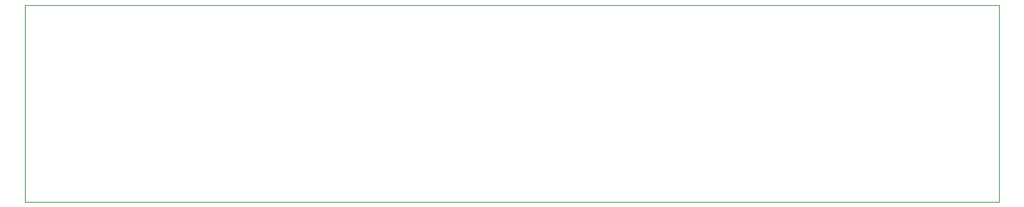
<source format=gbr>
%TF.GenerationSoftware,KiCad,Pcbnew,(7.0.0)*%
%TF.CreationDate,2023-11-09T23:31:26+01:00*%
%TF.ProjectId,xlr-inteface,786c722d-696e-4746-9566-6163652e6b69,rev?*%
%TF.SameCoordinates,Original*%
%TF.FileFunction,Profile,NP*%
%FSLAX46Y46*%
G04 Gerber Fmt 4.6, Leading zero omitted, Abs format (unit mm)*
G04 Created by KiCad (PCBNEW (7.0.0)) date 2023-11-09 23:31:26*
%MOMM*%
%LPD*%
G01*
G04 APERTURE LIST*
%TA.AperFunction,Profile*%
%ADD10C,0.100000*%
%TD*%
G04 APERTURE END LIST*
D10*
X24850000Y-33410000D02*
X137250000Y-33410000D01*
X137250000Y-33410000D02*
X137250000Y-56160000D01*
X137250000Y-56160000D02*
X24850000Y-56160000D01*
X24850000Y-56160000D02*
X24850000Y-33410000D01*
M02*

</source>
